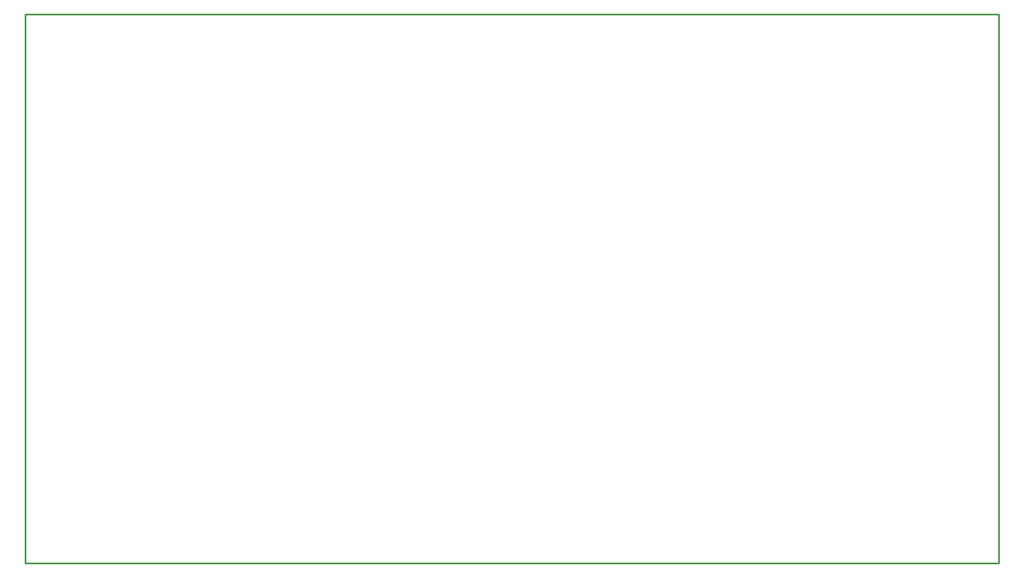
<source format=gko>
G04 Layer: BoardOutlineLayer*
G04 EasyEDA v6.5.47, 2024-09-19 05:09:15*
G04 e78f94bf6dc54b698cf268439f808c62,20cc673dbd184c8ca6733993ffc9aab1,10*
G04 Gerber Generator version 0.2*
G04 Scale: 100 percent, Rotated: No, Reflected: No *
G04 Dimensions in millimeters *
G04 leading zeros omitted , absolute positions ,4 integer and 5 decimal *
%FSLAX45Y45*%
%MOMM*%

%ADD10C,0.2540*%
D10*
X889000Y8839200D02*
G01*
X889000Y9461500D01*
X15900400Y9461500D01*
X15900400Y990600D01*
X889000Y990600D01*
X889000Y8999981D01*
X901700Y8991600D01*

%LPD*%
M02*

</source>
